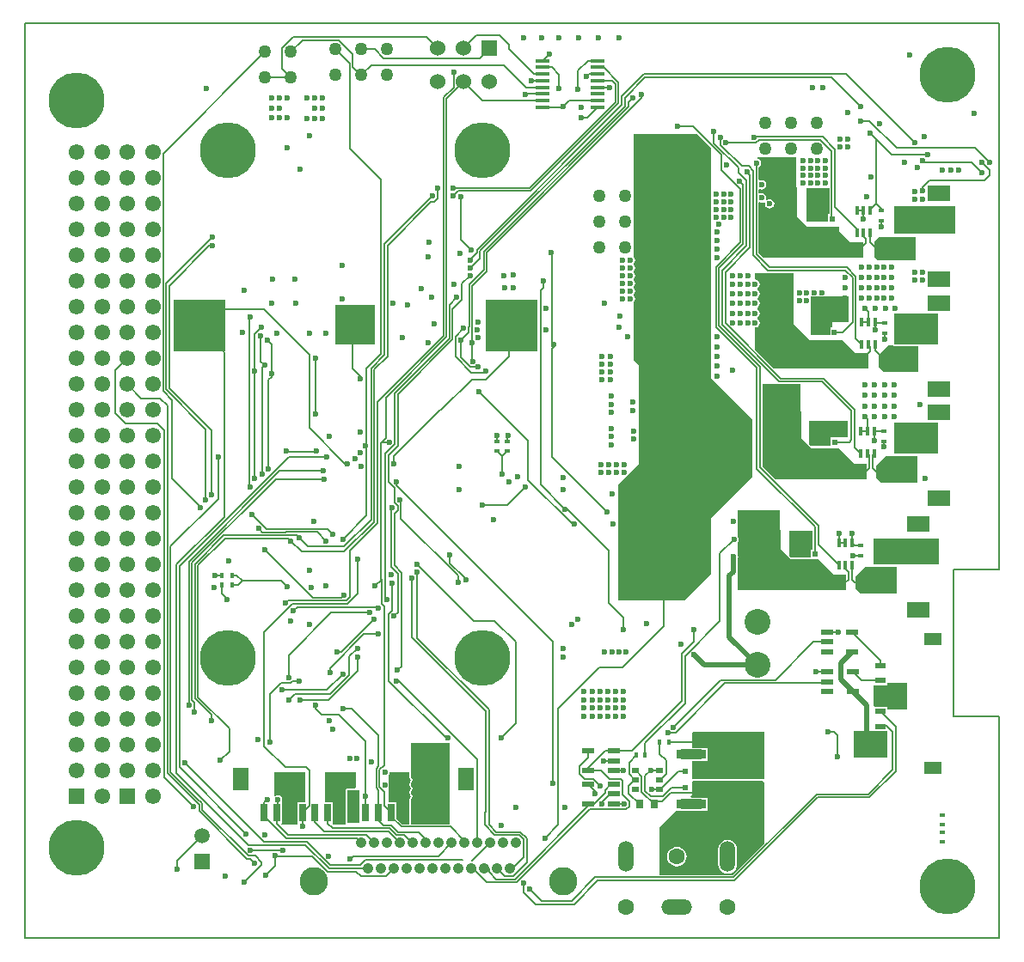
<source format=gbl>
G04*
G04 #@! TF.GenerationSoftware,Altium Limited,Altium Designer,18.1.9 (240)*
G04*
G04 Layer_Physical_Order=4*
G04 Layer_Color=16711680*
%FSLAX44Y44*%
%MOMM*%
G71*
G01*
G75*
%ADD14C,0.1524*%
%ADD18C,0.5000*%
%ADD20C,0.1520*%
%ADD21R,0.6000X0.4000*%
%ADD24R,0.4000X0.6000*%
%ADD27R,1.8000X0.7000*%
%ADD28R,2.2000X1.6000*%
%ADD29R,0.4500X0.6000*%
%ADD30R,0.6000X0.4500*%
%ADD34R,1.2200X0.6000*%
%ADD54R,0.3500X0.8500*%
%ADD55R,0.7000X1.3000*%
%ADD136C,0.1500*%
%ADD137C,1.0000*%
%ADD139C,1.5000*%
%ADD140R,1.5000X1.5000*%
%ADD141C,2.5400*%
%ADD142C,1.2700*%
%ADD143C,1.5500*%
%ADD144R,1.5500X1.5500*%
%ADD145C,5.5000*%
%ADD146C,1.5240*%
%ADD147R,1.5240X1.5240*%
%ADD148C,1.0668*%
%ADD149O,1.5080X3.0160*%
%ADD150C,1.6000*%
%ADD151O,3.0160X1.5080*%
%ADD152C,0.6000*%
%ADD153C,2.7940*%
%ADD154R,1.2100X0.5900*%
%ADD155R,3.9600X3.9600*%
%ADD156R,5.0800X5.0800*%
%ADD157R,1.0000X0.6000*%
%ADD158R,1.8000X1.2500*%
%ADD159R,1.4000X0.3500*%
%ADD160R,0.7000X1.8000*%
%ADD161R,1.6000X2.2000*%
%ADD162R,0.5000X0.5600*%
%ADD163R,1.9100X10.8000*%
%ADD164R,5.0800X8.3300*%
%ADD165R,2.8000X1.0500*%
%ADD166R,0.8000X0.9000*%
%ADD167R,0.8000X0.5500*%
%ADD168R,1.2500X0.9000*%
%ADD169R,0.7500X0.9000*%
%ADD170R,0.5500X0.5500*%
G36*
X759647Y769620D02*
X760238Y711095D01*
X770293Y701040D01*
X801281D01*
Y697299D01*
X812780Y685800D01*
X825211Y685800D01*
Y670560D01*
X727171D01*
X722333Y675398D01*
Y724874D01*
X723378Y725533D01*
X723603Y725515D01*
X725312Y725175D01*
X727077Y725527D01*
X727583Y725865D01*
X728726Y725101D01*
X728487Y723900D01*
X728839Y722135D01*
X729838Y720638D01*
X731335Y719639D01*
X733100Y719287D01*
X734865Y719639D01*
X736362Y720638D01*
X737362Y722135D01*
X737713Y723900D01*
X737362Y725665D01*
X736362Y727162D01*
X734865Y728161D01*
X733100Y728513D01*
X731335Y728161D01*
X730828Y727823D01*
X729686Y728587D01*
X729924Y729788D01*
X729573Y731553D01*
X728573Y733050D01*
X727077Y734050D01*
X725312Y734401D01*
X723603Y734061D01*
X723378Y734043D01*
X722333Y734703D01*
Y737975D01*
X723329Y738507D01*
X723603Y738511D01*
X725288Y738176D01*
X727053Y738527D01*
X728550Y739527D01*
X729550Y741023D01*
X729901Y742788D01*
X729550Y744553D01*
X728550Y746050D01*
X727053Y747050D01*
X725288Y747401D01*
X723603Y747066D01*
X723329Y747069D01*
X722333Y747602D01*
Y760014D01*
X723264Y760636D01*
X724264Y762133D01*
X724615Y763898D01*
X724264Y765663D01*
X723264Y767159D01*
X721767Y768159D01*
X720809Y768350D01*
X720934Y769620D01*
X759647Y769620D01*
D02*
G37*
G36*
X791995Y713714D02*
X790497D01*
Y706120D01*
X769620D01*
X769620Y739140D01*
X791995D01*
Y713714D01*
D02*
G37*
G36*
X916143Y694620D02*
X855980Y694620D01*
Y721853D01*
X916143D01*
Y694620D01*
D02*
G37*
G36*
X877042Y690880D02*
X877042Y668020D01*
X839960D01*
X836484Y671497D01*
Y686624D01*
X840740Y690880D01*
X877042Y690880D01*
D02*
G37*
G36*
X810527Y607060D02*
X794809D01*
Y601954D01*
X792826D01*
Y594360D01*
X773459Y594360D01*
X773458Y632460D01*
X810527D01*
Y607060D01*
D02*
G37*
G36*
X899125Y585503D02*
X855980Y585503D01*
X855980Y615983D01*
X899125D01*
X899125Y585503D01*
D02*
G37*
G36*
X756920Y604855D02*
X772495Y589280D01*
X805180D01*
X817880Y576580D01*
X830580D01*
Y561340D01*
X737588D01*
X718954Y579974D01*
Y602009D01*
X720719Y602360D01*
X722215Y603360D01*
X723215Y604857D01*
X723566Y606622D01*
X723215Y608387D01*
X722215Y609883D01*
X720980Y610709D01*
X720873Y611213D01*
Y611616D01*
X720980Y612120D01*
X722215Y612945D01*
X723215Y614442D01*
X723566Y616207D01*
X723215Y617972D01*
X722215Y619469D01*
X720940Y620321D01*
X720827Y620962D01*
Y621078D01*
X720940Y621719D01*
X722215Y622571D01*
X723215Y624068D01*
X723566Y625833D01*
X723215Y627598D01*
X722215Y629094D01*
X720940Y629946D01*
X720827Y630588D01*
Y630704D01*
X720940Y631345D01*
X722215Y632197D01*
X723215Y633693D01*
X723566Y635459D01*
X723215Y637224D01*
X722215Y638720D01*
X721041Y639505D01*
X720967Y639779D01*
Y640643D01*
X721041Y640916D01*
X722215Y641701D01*
X723215Y643197D01*
X723566Y644963D01*
X723215Y646728D01*
X722215Y648224D01*
X720719Y649224D01*
X718954Y649575D01*
Y655320D01*
X756410D01*
X756920Y604855D01*
D02*
G37*
G36*
X855980Y583854D02*
X879582Y583854D01*
Y558680D01*
X845160D01*
X840740Y563100D01*
Y575405D01*
X849535Y584200D01*
X855144D01*
X855980Y583854D01*
D02*
G37*
G36*
X809856Y510411D02*
Y494310D01*
X793126D01*
X793126Y486598D01*
X792228Y485700D01*
X773622Y485700D01*
X772249Y487072D01*
X772249Y510411D01*
X809856Y510411D01*
D02*
G37*
G36*
X899125Y477520D02*
X855980Y477520D01*
X855980Y508000D01*
X899125D01*
X899125Y477520D01*
D02*
G37*
G36*
X741753Y546511D02*
X741789Y546487D01*
X741937Y546457D01*
X742681Y546309D01*
X763479D01*
X764017Y492971D01*
X774072Y482916D01*
X801319D01*
X803616Y480620D01*
X803910D01*
Y480326D01*
X816559Y467677D01*
X828990Y467677D01*
Y452436D01*
X738660D01*
X725831Y465265D01*
Y546511D01*
X741753D01*
D02*
G37*
G36*
X878407Y474980D02*
Y449460D01*
X842546Y449460D01*
X838200Y453806D01*
X838200Y465940D01*
X847240Y474980D01*
X878407Y474980D01*
D02*
G37*
G36*
X775209Y382784D02*
X773516D01*
Y375190D01*
X754275D01*
X752639Y376826D01*
X752639Y401980D01*
X775209D01*
Y382784D01*
D02*
G37*
G36*
X899902Y393700D02*
Y368300D01*
X835660Y368300D01*
Y393700D01*
X899902Y393700D01*
D02*
G37*
G36*
X743311Y421640D02*
X743697Y383435D01*
X753752Y373380D01*
X780999D01*
X784269Y370110D01*
X784300D01*
Y370079D01*
X796239Y358140D01*
X808670Y358140D01*
Y342900D01*
X701990D01*
Y375373D01*
X702096Y375908D01*
X701990Y376443D01*
X701990Y391025D01*
X702350Y391563D01*
X702701Y393328D01*
X702350Y395094D01*
X701990Y395632D01*
Y421640D01*
X743311Y421640D01*
D02*
G37*
G36*
X858087Y365760D02*
Y340240D01*
X822226Y340240D01*
X817880Y344586D01*
X817880Y356720D01*
X826920Y365760D01*
X858087Y365760D01*
D02*
G37*
G36*
X675640Y778784D02*
X675640Y551460D01*
X715700Y511400D01*
Y454360D01*
X675640Y414300D01*
Y358820D01*
X649560Y332740D01*
X584200D01*
Y447595D01*
X591521Y454916D01*
X591736Y454959D01*
X593233Y455959D01*
X594233Y457455D01*
X594276Y457671D01*
X603965Y467360D01*
X603951Y565500D01*
X599440Y570010D01*
Y627020D01*
X600409Y628469D01*
X600760Y630235D01*
X600409Y632000D01*
X599440Y633450D01*
Y634645D01*
X600409Y636095D01*
X600760Y637860D01*
X600409Y639625D01*
X599440Y641075D01*
Y642271D01*
X600409Y643721D01*
X600760Y645486D01*
X600409Y647251D01*
X599440Y648701D01*
Y649896D01*
X600409Y651346D01*
X600760Y653111D01*
X600409Y654877D01*
X599440Y656327D01*
Y657522D01*
X600409Y658972D01*
X600760Y660737D01*
X600409Y662502D01*
X599440Y663952D01*
Y665148D01*
X600409Y666598D01*
X600760Y668363D01*
X600409Y670128D01*
X599440Y671578D01*
Y792480D01*
X661944D01*
X675640Y778784D01*
D02*
G37*
G36*
X868426Y225924D02*
X848784Y225924D01*
Y228524D01*
X836676D01*
X835406Y229657D01*
X835406Y248343D01*
X835736Y249476D01*
X848784D01*
Y252123D01*
X868426Y252123D01*
X868426Y225924D01*
D02*
G37*
G36*
X418215Y112527D02*
X380300D01*
Y137193D01*
X380939Y138150D01*
X381290Y139915D01*
X380939Y141680D01*
X380300Y142637D01*
Y145154D01*
X380939Y146111D01*
X381290Y147876D01*
X380939Y149641D01*
X380300Y150598D01*
Y153115D01*
X380939Y154072D01*
X381290Y155837D01*
X380939Y157602D01*
X380300Y158559D01*
Y192700D01*
X416497D01*
X416560Y192687D01*
X416623Y192700D01*
X418215D01*
Y112527D01*
D02*
G37*
G36*
X849100Y177971D02*
X816080Y177971D01*
X816080Y204170D01*
X849100Y204170D01*
X849100Y177971D01*
D02*
G37*
G36*
X727637Y203137D02*
X727637Y156600D01*
X669500Y156600D01*
X657433D01*
X656500Y157414D01*
Y170700D01*
Y174600D01*
X664348D01*
X666051Y174824D01*
X666852Y175156D01*
X672122D01*
Y187204D01*
X666852D01*
X666051Y187536D01*
X664348Y187760D01*
X656500D01*
Y202446D01*
X657399Y203343D01*
X727637Y203137D01*
D02*
G37*
G36*
X325550Y148822D02*
X325430Y148636D01*
X324280Y147878D01*
X323100Y148113D01*
X321335Y147761D01*
X321018Y147550D01*
X316900D01*
X315734Y147066D01*
X315250Y145900D01*
Y113641D01*
X315376Y113338D01*
X315376Y113030D01*
X315375Y113007D01*
X315126Y112179D01*
X314789Y111760D01*
X303179Y111760D01*
X302843Y112206D01*
X302984Y113476D01*
X302984D01*
Y134524D01*
X295070D01*
X295070Y164120D01*
X325550Y164120D01*
X325550Y148822D01*
D02*
G37*
G36*
X726367Y154950D02*
X727637Y153680D01*
X727637Y93813D01*
X696221Y62397D01*
X624877D01*
X624877Y109257D01*
X641676Y126056D01*
X645343D01*
X646144Y125724D01*
X647848Y125500D01*
X664348D01*
X666051Y125724D01*
X666852Y126056D01*
X672122D01*
Y138104D01*
X666852D01*
X666051Y138436D01*
X664348Y138660D01*
X655940D01*
X655454Y139834D01*
X656500Y140880D01*
X656500Y153962D01*
X656917Y154404D01*
X657770Y154950D01*
X669500D01*
X726367Y154950D01*
D02*
G37*
G36*
X329200Y113600D02*
X317000D01*
X316900Y113641D01*
Y145900D01*
X329200D01*
Y113600D01*
D02*
G37*
G36*
X378650Y158559D02*
X378835Y158114D01*
X378928Y157642D01*
X379385Y156959D01*
X379608Y155837D01*
X379385Y154715D01*
X378928Y154032D01*
X378834Y153560D01*
X378650Y153115D01*
Y150598D01*
X378835Y150153D01*
X378928Y149681D01*
X379385Y148997D01*
X379608Y147876D01*
X379385Y146755D01*
X378928Y146071D01*
X378834Y145599D01*
X378650Y145154D01*
Y142637D01*
X378835Y142192D01*
X378928Y141720D01*
X379385Y141037D01*
X379608Y139915D01*
X379385Y138793D01*
X378928Y138110D01*
X378834Y137638D01*
X378650Y137193D01*
Y112527D01*
X371170D01*
X365484Y118212D01*
Y134524D01*
X357570D01*
X357570Y161050D01*
X358442Y162355D01*
X358793Y164120D01*
X378650Y164120D01*
Y158559D01*
D02*
G37*
G36*
X275550Y134524D02*
X267936D01*
Y113476D01*
X267936D01*
X267956Y112206D01*
X267867Y112020D01*
X267546Y111760D01*
X252621Y111760D01*
X252285Y112206D01*
X252918Y113476D01*
X252984D01*
Y134524D01*
X252984Y134524D01*
X252984D01*
X252892Y135794D01*
X253013Y136400D01*
X252661Y138165D01*
X251662Y139662D01*
X250165Y140661D01*
X248400Y141013D01*
X246635Y140661D01*
X246340Y140464D01*
X245070Y141143D01*
Y164120D01*
X275550Y164120D01*
X275550Y134524D01*
D02*
G37*
%LPC*%
G36*
X641740Y90086D02*
X639254Y89759D01*
X636937Y88799D01*
X634947Y87273D01*
X633421Y85283D01*
X632461Y82966D01*
X632134Y80480D01*
X632461Y77994D01*
X633421Y75677D01*
X634947Y73687D01*
X636937Y72161D01*
X639254Y71201D01*
X641740Y70874D01*
X644226Y71201D01*
X646543Y72161D01*
X648532Y73687D01*
X650059Y75677D01*
X651019Y77994D01*
X651346Y80480D01*
X651019Y82966D01*
X650059Y85283D01*
X648532Y87273D01*
X646543Y88799D01*
X644226Y89759D01*
X641740Y90086D01*
D02*
G37*
G36*
X691740Y97162D02*
X689374Y96851D01*
X687169Y95937D01*
X685275Y94485D01*
X683822Y92591D01*
X682909Y90386D01*
X682598Y88020D01*
Y72940D01*
X682909Y70574D01*
X683822Y68369D01*
X685275Y66476D01*
X687169Y65023D01*
X689374Y64109D01*
X691740Y63798D01*
X694106Y64109D01*
X696311Y65023D01*
X698204Y66476D01*
X699657Y68369D01*
X700571Y70574D01*
X700882Y72940D01*
Y88020D01*
X700571Y90386D01*
X699657Y92591D01*
X698204Y94485D01*
X696311Y95937D01*
X694106Y96851D01*
X691740Y97162D01*
D02*
G37*
%LPD*%
D14*
X476230Y573320D02*
Y604264D01*
X168930D02*
X195786Y577408D01*
X168930Y604264D02*
X184426Y619760D01*
X453740Y550830D02*
X476230Y573320D01*
X439914Y550830D02*
X453740D01*
X597572Y184680D02*
X646854Y233962D01*
Y280445D01*
X579500Y184680D02*
X597572D01*
X638182Y208058D02*
X684818Y254694D01*
X640350Y202750D02*
X689246Y251646D01*
X788376D01*
X632850Y202750D02*
X640350D01*
X684818Y254694D02*
X738854D01*
X610465Y192173D02*
X649902Y231609D01*
Y278183D01*
X610465Y180340D02*
Y192173D01*
X574706Y330594D02*
X588780Y316520D01*
Y304572D02*
Y316520D01*
X587880Y266800D02*
X629048Y307967D01*
X565700Y266800D02*
X587880D01*
X525031Y226131D02*
X565700Y266800D01*
X525031Y111891D02*
Y226131D01*
X649902Y278183D02*
X684280Y312561D01*
Y379520D01*
X322580Y561340D02*
Y604774D01*
X559518Y157000D02*
X566420Y150098D01*
X574706Y330594D02*
Y382180D01*
X533886Y423000D02*
X574706Y382180D01*
X531800Y423000D02*
X533886D01*
X495300Y452024D02*
X539274Y408050D01*
X541020D01*
X629048Y307967D02*
Y388620D01*
X421894Y838954D02*
Y853566D01*
X411782Y828842D02*
X421894Y838954D01*
Y853566D02*
X422086Y853758D01*
X411782Y593979D02*
Y828842D01*
X466900Y890000D02*
X476230Y880670D01*
Y876470D02*
Y880670D01*
Y876470D02*
X500717Y851983D01*
X509840D01*
X444230Y890000D02*
X466900D01*
X509840Y864983D02*
X516077Y871220D01*
X646854Y280445D02*
X658594Y292186D01*
Y304572D01*
X357934Y253831D02*
X414464Y197300D01*
X357934Y253831D02*
Y319690D01*
X361608Y323363D01*
X414464Y197300D02*
X416560D01*
X445200Y94200D02*
Y176136D01*
X367855Y253480D02*
X445200Y176136D01*
X365760Y253480D02*
X367855D01*
X410460Y124000D02*
Y144780D01*
X722580Y786895D02*
X783357D01*
X719676Y783990D02*
X722580Y786895D01*
X783357D02*
X794326Y775926D01*
Y709585D02*
Y775926D01*
X785168Y789943D02*
X797374Y777737D01*
X718153Y789943D02*
X785168D01*
X717560Y789350D02*
X718153Y789943D01*
X235279Y95065D02*
X277204D01*
X157480Y172864D02*
X235279Y95065D01*
X152194Y168676D02*
Y367014D01*
X259380Y474200D01*
X152194Y168676D02*
X217660Y103210D01*
X149146Y162540D02*
Y368276D01*
X195786Y414916D01*
X149146Y162540D02*
X219669Y92017D01*
X253790Y86570D02*
X254000Y86360D01*
X222000Y86570D02*
X253790D01*
X246590Y81074D02*
X282560D01*
X246380Y81284D02*
X246590Y81074D01*
X282560D02*
X297882Y65752D01*
X219669Y92017D02*
X275927D01*
X257234Y98966D02*
X325951D01*
X235460Y120740D02*
X257234Y98966D01*
X258496Y102014D02*
X335786D01*
X247960Y112550D02*
X258496Y102014D01*
X246380Y71530D02*
Y81284D01*
X237100Y62250D02*
X246380Y71530D01*
X275927Y92017D02*
X299145Y68800D01*
X277204Y95065D02*
X296647Y75622D01*
X144780Y453300D02*
X173310Y424770D01*
X190500Y433304D02*
Y474200D01*
X256800Y479854D02*
X286504D01*
X183420Y436880D02*
Y500665D01*
X195786Y414916D02*
Y577408D01*
X143256Y386060D02*
X190500Y433304D01*
X138784Y540990D02*
X177800Y501974D01*
Y431800D02*
Y501974D01*
X141832Y542253D02*
X183420Y500665D01*
X143256Y163983D02*
Y386060D01*
X144780Y453300D02*
Y530684D01*
X135736Y539728D02*
X144780Y530684D01*
X141832Y542253D02*
Y643347D01*
X181282Y682797D02*
X184504D01*
X141832Y643347D02*
X181282Y682797D01*
X335686Y561360D02*
X350568Y576242D01*
X335686Y485546D02*
Y561360D01*
X350568Y576242D02*
Y747728D01*
X340566Y561929D02*
X353616Y574979D01*
X340566Y412448D02*
Y561929D01*
X353616Y574979D02*
Y684386D01*
X356664Y573717D02*
Y683123D01*
X343710Y560763D02*
X356664Y573717D01*
X343710Y410512D02*
Y560763D01*
X319700Y778596D02*
X350568Y747728D01*
X353616Y684386D02*
X400750Y731520D01*
X356664Y683123D02*
X399775Y726234D01*
X507794Y638674D02*
X510032Y640912D01*
X507794Y447006D02*
Y638674D01*
Y447006D02*
X531800Y423000D01*
X518366Y587544D02*
Y675434D01*
X518160Y675640D02*
X518366Y675434D01*
Y587544D02*
X520700Y585210D01*
Y582676D02*
Y585210D01*
X518922Y580898D02*
X520700Y582676D01*
X518922Y474518D02*
Y580898D01*
Y474518D02*
X572920Y420520D01*
X510032Y640912D02*
Y647800D01*
X138784Y645160D02*
X184504Y690880D01*
X138784Y540990D02*
Y645160D01*
X135736Y539728D02*
Y773496D01*
X236220Y873980D01*
X235231Y619760D02*
X280053Y574939D01*
X184426Y619760D02*
X235231D01*
X286258Y516608D02*
Y571500D01*
X440110Y587320D02*
Y601794D01*
X440182Y601866D02*
Y643313D01*
X440110Y601794D02*
X440182Y601866D01*
X440110Y587320D02*
X440182Y587248D01*
Y643313D02*
X454660Y657791D01*
X423974Y593392D02*
X431800Y601218D01*
X440182Y568960D02*
X440690Y568452D01*
X452001Y557832D02*
X453179Y559011D01*
X423974Y573416D02*
X439558Y557832D01*
X423974Y573416D02*
Y593392D01*
X420926Y620206D02*
X430228Y629509D01*
X420926Y590192D02*
Y620206D01*
X417878Y624634D02*
X424942Y631698D01*
X417878Y591455D02*
Y624634D01*
X414830Y827580D02*
X431800Y844550D01*
X414830Y592717D02*
Y827580D01*
X346758Y528955D02*
X411782Y593979D01*
X355092Y532979D02*
X414830Y592717D01*
X366962Y536228D02*
X420926Y590192D01*
X363914Y537491D02*
X417878Y591455D01*
X346758Y409249D02*
Y528955D01*
X355092Y492709D02*
Y532979D01*
X363914Y486781D02*
Y537491D01*
X366962Y485518D02*
Y536228D01*
X140208Y162721D02*
Y525272D01*
X133040Y532440D02*
X140208Y525272D01*
X114060Y532440D02*
X133040D01*
X137160Y158430D02*
Y500569D01*
X130013Y507716D02*
X137160Y500569D01*
X99191Y507716D02*
X130013D01*
X253030Y245080D02*
X253460Y245510D01*
X242415Y553551D02*
Y556401D01*
X239235Y550371D02*
X242415Y553551D01*
X239235Y462855D02*
Y550371D01*
X161070Y371580D02*
X250690Y461200D01*
X246701Y452900D02*
X294400D01*
X164118Y370317D02*
X246701Y452900D01*
X164118Y235158D02*
Y370317D01*
X161070Y230730D02*
Y371580D01*
X250690Y461200D02*
X293689D01*
X259380Y474200D02*
X296700D01*
X233680Y562583D02*
X235808Y564711D01*
X233680Y457200D02*
Y562583D01*
X140208Y162721D02*
X168083Y134846D01*
X171316Y125468D02*
X218548Y78236D01*
X171316Y125468D02*
Y131749D01*
X168220Y134846D02*
X171316Y131749D01*
X168083Y134846D02*
X168220D01*
X143256Y163983D02*
X169345Y137894D01*
X169482D01*
X174364Y133012D01*
Y126730D02*
Y133012D01*
Y126730D02*
X219811Y81284D01*
X226414D01*
X232540Y75158D01*
X221986Y78236D02*
X226060Y74162D01*
X218548Y78236D02*
X221986D01*
X232540Y72040D02*
Y75158D01*
X215900Y55400D02*
X232540Y72040D01*
X137160Y158430D02*
X166030Y129560D01*
X286504Y479854D02*
X286660Y480010D01*
X238760Y589280D02*
X242415Y585625D01*
Y556401D02*
Y585625D01*
X232062Y568457D02*
X235808Y564711D01*
X232062Y568457D02*
Y594027D01*
X280053Y502920D02*
X315072Y467900D01*
X280053Y502920D02*
Y574939D01*
X315072Y467900D02*
X317500D01*
X842110Y209150D02*
X848450D01*
X386018Y295972D02*
X456840Y225150D01*
X380732Y296947D02*
Y355326D01*
Y296947D02*
X453792Y223888D01*
X366661Y264160D02*
X370668Y268168D01*
X363220Y317500D02*
X367023Y321303D01*
X301610Y320929D02*
X339471D01*
X259300Y278619D02*
X301610Y320929D01*
X259300Y256800D02*
Y278619D01*
X276860Y168669D02*
X279660Y165868D01*
X255981Y168669D02*
X276860D01*
X235460Y189190D02*
X255981Y168669D01*
X235460Y189190D02*
Y302153D01*
X241300Y193040D02*
Y240826D01*
X251989Y251514D01*
X261490D01*
X235460Y302153D02*
X263011Y329704D01*
X327660Y263854D02*
Y276860D01*
X298693Y234887D02*
X327660Y263854D01*
X270857Y234887D02*
X298693D01*
X319189Y277689D02*
X327300Y285799D01*
X319189Y259694D02*
Y277689D01*
X453792Y125073D02*
Y223888D01*
X456840Y111760D02*
Y225150D01*
X370668Y268168D02*
Y360583D01*
X363522Y367730D02*
X370668Y360583D01*
X367023Y321303D02*
Y359273D01*
X360474Y365821D02*
X367023Y359273D01*
X361608Y323363D02*
Y350440D01*
X353266Y170681D02*
Y327309D01*
X350774Y329801D02*
X353266Y327309D01*
X348894Y166310D02*
X353266Y170681D01*
X311122Y281940D02*
X343272Y314089D01*
X346885Y326215D02*
X347980Y325120D01*
X350774Y329801D02*
Y353822D01*
X267795Y326215D02*
X346885D01*
X354886Y335214D02*
X356300Y333800D01*
X354886Y335214D02*
Y477752D01*
X452529Y123810D02*
X453792Y125073D01*
X452529Y111760D02*
X462469Y101820D01*
X452529Y111760D02*
Y123810D01*
X456840Y111760D02*
X463732Y104868D01*
X584348Y823098D02*
Y843458D01*
X569323Y858483D02*
X584348Y843458D01*
X563840Y858483D02*
X569323D01*
X406036Y729331D02*
Y738776D01*
X406400Y739140D01*
X402939Y726234D02*
X406036Y729331D01*
X399775Y726234D02*
X402939D01*
X259066Y394316D02*
X261751Y391631D01*
X272382Y381000D01*
X314198D01*
X196812Y394316D02*
X259066D01*
X195549Y397364D02*
X267136D01*
X269600Y394900D01*
X264160Y322580D02*
X267795Y326215D01*
X263011Y329704D02*
X317360D01*
X258584Y332752D02*
X316098D01*
X256032Y330200D02*
X258584Y332752D01*
X256032Y330200D02*
X258318D01*
X317360Y329704D02*
X327660Y340004D01*
X357934Y449930D02*
X363522Y444342D01*
Y429741D02*
Y444342D01*
Y429741D02*
X366894Y426370D01*
Y421991D02*
Y426370D01*
X363522Y418619D02*
X366894Y421991D01*
X369942Y413828D02*
Y430858D01*
X369000Y431800D02*
X369942Y430858D01*
Y413828D02*
X426150Y357620D01*
X360474Y423046D02*
X361608Y424180D01*
X350294Y354302D02*
Y487911D01*
Y354302D02*
X350774Y353822D01*
X350294Y487911D02*
X351353Y488970D01*
X354886Y477752D02*
X363914Y486781D01*
X360474Y365821D02*
Y423046D01*
X363522Y367730D02*
Y418619D01*
X386018Y295972D02*
Y360680D01*
Y368362D02*
X441680Y312700D01*
X462400D01*
X387432Y104868D02*
X398100Y94200D01*
X426150Y350520D02*
Y357620D01*
X418215Y369865D02*
Y377925D01*
Y369865D02*
X432480Y355600D01*
X434340Y353060D02*
Y353740D01*
X432480Y355600D02*
X434340Y353740D01*
X357934Y449930D02*
Y476490D01*
X365760Y446826D02*
X519745Y292841D01*
Y152455D02*
Y292841D01*
X365760Y446826D02*
Y449580D01*
X336186Y416586D02*
Y484234D01*
X312700Y393100D02*
X336186Y416586D01*
X314198Y386080D02*
X340566Y412448D01*
X314198Y381000D02*
X343710Y410512D01*
X319484Y381976D02*
X346758Y409249D01*
X363220Y467360D02*
Y474930D01*
X409785Y520700D02*
X439914Y550830D01*
X447040Y539250D02*
X495300Y490990D01*
X363220Y474930D02*
X408990Y520700D01*
X409785D01*
X439558Y557832D02*
X452001D01*
X495300Y452024D02*
Y490990D01*
X357934Y476490D02*
X366962Y485518D01*
X335280Y485140D02*
X336186Y484234D01*
X335280Y485140D02*
X335686Y485546D01*
X351353Y488970D02*
X358628D01*
X319484Y336138D02*
Y381976D01*
X327660Y340004D02*
Y373380D01*
X316098Y332752D02*
X319484Y336138D01*
X252476Y352552D02*
X258064Y346964D01*
X704088Y685773D02*
Y738632D01*
X685440Y757280D02*
X704088Y738632D01*
X685440Y757280D02*
Y772280D01*
X678180Y783850D02*
Y795020D01*
Y783850D02*
X702620Y759410D01*
X642620Y800100D02*
X657620D01*
X685440Y772280D01*
X690230Y783990D02*
X719676D01*
X684630Y782114D02*
Y789180D01*
Y782114D02*
X705515Y761230D01*
X712452D01*
X797374Y720677D02*
Y777737D01*
X702620Y755055D02*
Y759410D01*
Y755055D02*
X710548Y747128D01*
X716954Y673170D02*
Y756728D01*
X712452Y761230D02*
X716954Y756728D01*
X686352Y658412D02*
X710548Y682608D01*
Y747128D01*
X689400Y656290D02*
X713906Y680796D01*
X710906Y755300D02*
X713906Y752300D01*
X703600Y746600D02*
X707136Y743064D01*
X778930Y262420D02*
X789650D01*
X789690Y262460D01*
X540688Y33748D02*
X563958Y57018D01*
X502972Y33748D02*
X540688D01*
X491230Y45490D02*
X502972Y33748D01*
X842260Y224000D02*
X857228Y209032D01*
Y164937D02*
Y209032D01*
X831377Y139087D02*
X857228Y164937D01*
X780577Y139087D02*
X831377D01*
X698508Y57018D02*
X780577Y139087D01*
X563958Y57018D02*
X698508D01*
X491230Y45490D02*
Y54470D01*
X508654Y36796D02*
X538046D01*
X496640Y48810D02*
X508654Y36796D01*
X556409Y127124D02*
X591831D01*
X484369Y55084D02*
X556409Y127124D01*
X454490Y55084D02*
X484369D01*
X697187Y60066D02*
X779255Y142135D01*
X848450Y209150D02*
X854180Y203420D01*
Y166200D02*
Y203420D01*
X830115Y142135D02*
X854180Y166200D01*
X779255Y142135D02*
X830115D01*
X789370Y301620D02*
X801080D01*
X776280Y292120D02*
X789370D01*
X738854Y254694D02*
X776280Y292120D01*
X788376Y251646D02*
X789690Y252960D01*
X88990Y517917D02*
X99191Y507716D01*
X88990Y517917D02*
Y560290D01*
X100300Y546200D02*
X114060Y532440D01*
X817974Y590956D02*
Y652686D01*
X809022Y661638D02*
X817974Y652686D01*
X814926Y607464D02*
Y651222D01*
X807558Y658590D02*
X814926Y651222D01*
X806003Y652560D02*
X807384Y651179D01*
X149400Y76824D02*
X173960Y101384D01*
X149400Y67760D02*
Y76824D01*
X720002Y674433D02*
Y763898D01*
X312890Y226070D02*
X313130Y226310D01*
X321570D01*
X347726Y200154D01*
X286340Y226700D02*
X292130Y220910D01*
X286340Y226700D02*
Y229564D01*
X265900Y241140D02*
X300636D01*
X253030Y245080D02*
X297100D01*
X292130Y220910D02*
X308610D01*
X259510Y234750D02*
X265900Y241140D01*
X300636D02*
X319189Y259694D01*
X261490Y251514D02*
X263456Y253480D01*
X269900D01*
X297100Y245080D02*
X312626Y260606D01*
X347726Y169452D02*
Y200154D01*
X248400Y124440D02*
Y136400D01*
X235460Y133960D02*
X238400Y136900D01*
X247960Y124000D02*
X248400Y124440D01*
X684280Y379520D02*
X698088Y393328D01*
X624548Y181900D02*
X631163Y175284D01*
X624548Y181900D02*
Y193040D01*
X720950Y311590D02*
X721540Y311000D01*
X790870Y203670D02*
X796870D01*
X799970Y200570D01*
Y179420D02*
Y200570D01*
X511960Y98820D02*
X525031Y111891D01*
X561340Y142240D02*
Y145000D01*
X566420Y149860D02*
Y150098D01*
X689400Y606231D02*
X743943Y551688D01*
X686352Y604969D02*
X742681Y548640D01*
X683304Y603707D02*
X723500Y563511D01*
X680256Y602444D02*
X720452Y562248D01*
X689400Y606231D02*
Y656290D01*
X686352Y604969D02*
Y658412D01*
X683304Y603707D02*
Y660444D01*
X680256Y602444D02*
Y661941D01*
X683304Y660444D02*
X707136Y684276D01*
X680256Y661941D02*
X704088Y685773D01*
X496584Y739644D02*
X581300Y824360D01*
X497847Y736596D02*
X584348Y823098D01*
X444706Y678742D02*
X587396Y821432D01*
X447754Y677480D02*
X590444Y820170D01*
X454660Y675640D02*
X607060Y828040D01*
X677310Y193040D02*
X680960Y189390D01*
X633548Y193040D02*
X677310D01*
X443930Y65644D02*
X454490Y55084D01*
X456630Y65644D02*
Y68800D01*
X451550D02*
X456630D01*
Y65644D02*
X464142Y58132D01*
X482092D01*
X554600Y130640D01*
X480480Y61180D02*
X493968Y74668D01*
X471870Y61180D02*
X480480D01*
X464250Y68800D02*
X471870Y61180D01*
X493968Y74668D02*
Y98619D01*
X561316Y60066D02*
X697187D01*
X842110Y209150D02*
X842260Y209000D01*
X538046Y36796D02*
X561316Y60066D01*
X554600Y130640D02*
Y132740D01*
X487719Y104868D02*
X493968Y98619D01*
X170214Y237682D02*
Y367718D01*
X167166Y236420D02*
Y368981D01*
X195549Y397364D01*
X335460Y139700D02*
Y194060D01*
X308610Y220910D02*
X335460Y194060D01*
X88990Y560290D02*
X100300Y571600D01*
X319740Y77870D02*
X322920Y81050D01*
X300107Y72533D02*
X330113D01*
X297018Y75622D02*
X300107Y72533D01*
X330113D02*
X335010Y77430D01*
X299145Y68800D02*
X337250D01*
X297882Y65752D02*
X326108D01*
X322920Y81050D02*
X406650D01*
X335010Y77430D02*
X430340D01*
X296647Y75622D02*
X297018D01*
X406650Y81050D02*
X419800Y94200D01*
X440120Y76420D02*
X457900Y94200D01*
X355030Y61180D02*
X362650Y68800D01*
X330680Y61180D02*
X355030D01*
X285460Y114430D02*
Y124000D01*
X358138Y105062D02*
X369000Y94200D01*
X294828Y105062D02*
X358138D01*
X285460Y114430D02*
X294828Y105062D01*
X335786Y102014D02*
X343600Y94200D01*
X378406D02*
Y96594D01*
X297960Y113109D02*
X302721Y108348D01*
X359162D01*
X365710Y101800D01*
X297960Y113109D02*
Y124000D01*
X325951Y98966D02*
X326313Y98604D01*
X326496D01*
X330900Y94200D01*
X417876D02*
X419800D01*
X326108Y65752D02*
X330680Y61180D01*
X164118Y235158D02*
X166886Y232390D01*
X161070Y230730D02*
X161600Y230200D01*
X167166Y236420D02*
X183420Y220166D01*
Y214800D02*
Y220166D01*
X201300Y184300D02*
Y206597D01*
X170214Y237682D02*
X201300Y206597D01*
X625360Y146608D02*
X643382Y164630D01*
X636882Y148630D02*
X650098D01*
X628052Y139800D02*
X636882Y148630D01*
X635692Y143130D02*
X680720D01*
X627183Y134620D02*
X635692Y143130D01*
X610465Y160005D02*
X616068Y165608D01*
X624877D01*
X617220Y146608D02*
X624877D01*
X610465Y145175D02*
X615840Y139800D01*
X610465Y145175D02*
Y160005D01*
X607163Y144057D02*
Y159805D01*
Y144057D02*
X619140Y132080D01*
X643382Y164630D02*
X650098D01*
X621680Y134620D02*
X627183D01*
X615840Y139800D02*
X628052D01*
X279660Y130700D02*
Y165868D01*
X272960Y124000D02*
X279660Y130700D01*
X272960Y110580D02*
Y124000D01*
X333745Y299720D02*
X347980D01*
X571114Y143729D02*
Y146187D01*
X560126Y132740D02*
X571114Y143729D01*
X554600Y132740D02*
X560126D01*
X463732Y104868D02*
X487719D01*
X462469Y101820D02*
X486456D01*
X335460Y124000D02*
Y139700D01*
X360460Y119940D02*
X370204Y110196D01*
X360460Y119940D02*
Y124000D01*
X360425Y111396D02*
X366953Y104868D01*
X352504Y111396D02*
X360425D01*
X347960Y115940D02*
X352504Y111396D01*
X462400Y312700D02*
X482900Y292200D01*
Y212000D02*
Y292200D01*
X300610Y266585D02*
X333745Y299720D01*
X300610Y261620D02*
Y266585D01*
X307340Y281940D02*
X311122D01*
X422144Y739644D02*
X496584D01*
X581300Y824360D02*
Y842000D01*
X577817Y845483D02*
X581300Y842000D01*
X563840Y845483D02*
X577817D01*
X426716Y736596D02*
X497847D01*
X587396Y821432D02*
Y830036D01*
X444706Y675991D02*
Y678742D01*
X590444Y820170D02*
Y828774D01*
X447754Y670342D02*
Y677480D01*
X607060Y828040D02*
Y831700D01*
X587396Y830036D02*
X609343Y851983D01*
X590444Y828774D02*
X610605Y848935D01*
X563840Y838983D02*
X575155D01*
X793833Y848935D02*
X822968Y819800D01*
X610605Y848935D02*
X793833D01*
X808517Y851983D02*
X876080Y784420D01*
X609343Y851983D02*
X808517D01*
X421640Y739140D02*
X422144Y739644D01*
X454660Y657791D02*
Y675640D01*
X438401Y660989D02*
X447754Y670342D01*
X438401Y660799D02*
Y660989D01*
X438299Y668363D02*
Y669584D01*
X444706Y675991D01*
X429260Y688340D02*
X439420Y678180D01*
X429260Y688340D02*
Y731310D01*
X430228Y645128D02*
X438299Y653199D01*
X223500Y417900D02*
Y418100D01*
X421640Y731520D02*
X426716Y736596D01*
X525780Y837810D02*
Y851121D01*
Y837810D02*
X525780Y837810D01*
X518418Y858483D02*
X525780Y851121D01*
X544539Y837043D02*
Y855509D01*
X554012Y864983D01*
X330200Y551688D02*
Y553720D01*
X322580Y561340D02*
X330200Y553720D01*
X255395Y403558D02*
X297742D01*
X255337Y403500D02*
X255395Y403558D01*
X278420Y386080D02*
X314198D01*
X269600Y394900D02*
X278420Y386080D01*
X474980Y426720D02*
X492760Y444500D01*
X450000Y426720D02*
X474980D01*
X469900Y475060D02*
X474980Y480140D01*
X469900Y457200D02*
Y475060D01*
X464820Y480140D02*
X469900Y475060D01*
X464820Y490140D02*
Y495300D01*
X474980Y490140D02*
Y494695D01*
X475585Y495300D01*
X345846Y167572D02*
X347726Y169452D01*
X345846Y148108D02*
Y167572D01*
Y148108D02*
X347960Y145994D01*
Y124000D02*
Y145994D01*
X571114Y146187D02*
X576667Y151740D01*
X550947Y157000D02*
X559518D01*
X546214Y161733D02*
X550947Y157000D01*
X546214Y161733D02*
Y169627D01*
X554600Y178013D01*
Y184680D01*
X571564D02*
X579500D01*
X554600Y167716D02*
X571564Y184680D01*
X554600Y165680D02*
Y167716D01*
Y151740D02*
X561340Y145000D01*
X576667Y151740D02*
X579500D01*
X576667Y142240D02*
X579500D01*
X568196Y133768D02*
X576667Y142240D01*
X568196Y132740D02*
Y133768D01*
X591831Y127124D02*
X594927Y130220D01*
Y134600D01*
X587886Y141641D02*
X594927Y134600D01*
X587886Y141641D02*
Y155687D01*
X586547Y157026D02*
X587886Y155687D01*
X575821Y157026D02*
X586547D01*
X567167Y165680D02*
X575821Y157026D01*
X554600Y165680D02*
X567167D01*
X594591Y173466D02*
X601465Y180340D01*
X594591Y161911D02*
Y173466D01*
Y161911D02*
X600394Y156108D01*
X600877D01*
X594360Y150074D02*
X600394Y156108D01*
X594360Y142860D02*
Y150074D01*
Y142860D02*
X605140Y132080D01*
X579500Y132740D02*
X589311D01*
X589641Y132410D01*
X619140Y132080D02*
X621680Y134620D01*
X601360Y165608D02*
X607163Y159805D01*
X569540Y175180D02*
X579500D01*
X581960Y172720D01*
X600877Y165608D02*
X601360D01*
X598625D02*
X600877D01*
X631163Y161911D02*
Y175284D01*
X625360Y156108D02*
X631163Y161911D01*
X624877Y156108D02*
X625360D01*
X624877Y146608D02*
X625360D01*
X298302Y495400D02*
X299209Y494493D01*
X440182Y568960D02*
Y587248D01*
X348894Y149370D02*
Y166310D01*
X370204Y110196D02*
X418604D01*
X432500Y96300D01*
X348894Y149370D02*
X353746Y144518D01*
Y130714D02*
Y144518D01*
Y130714D02*
X360460Y124000D01*
X344424Y347472D02*
X350774Y353822D01*
X430228Y629509D02*
Y645128D01*
X213868Y352552D02*
X252476D01*
X209660Y348344D02*
X213868Y352552D01*
X203500Y348344D02*
X209660D01*
X208456Y357964D02*
X213868Y352552D01*
X203660Y357964D02*
X208456D01*
X351353Y488970D02*
X355092Y492709D01*
X319700Y778596D02*
Y862100D01*
X400476Y632336D02*
Y633304D01*
X312420Y628904D02*
Y629920D01*
X780959Y388273D02*
Y406841D01*
X777540Y378460D02*
Y405950D01*
X720452Y463037D02*
X777540Y405950D01*
X720452Y463037D02*
Y562248D01*
X723500Y464300D02*
Y563511D01*
Y464300D02*
X780959Y406841D01*
X529499Y819698D02*
X535783Y825983D01*
X563840D01*
X308613Y885400D02*
X322748Y871265D01*
Y859052D02*
Y871265D01*
Y859052D02*
X330900Y850900D01*
X252984Y857216D02*
X261620Y848580D01*
X252984Y857216D02*
Y877557D01*
X263875Y888448D01*
X305500Y876300D02*
X319700Y862100D01*
X395522Y888448D02*
X406400Y877570D01*
X263875Y888448D02*
X395522D01*
X273040Y885400D02*
X308613D01*
X261620Y873980D02*
X273040Y885400D01*
X236220Y848580D02*
X261620D01*
X858190Y779134D02*
X935221D01*
X831487Y805837D02*
X858190Y779134D01*
X935221D02*
X949816Y764540D01*
X843280Y717201D02*
Y719530D01*
X838200Y724610D02*
X843280Y719530D01*
X832000Y718410D02*
X838200Y724610D01*
Y787546D02*
X853476Y772270D01*
X831873Y793873D02*
X838200Y787546D01*
Y724610D02*
Y787546D01*
X853476Y772270D02*
X888946D01*
X889000Y772216D01*
X823036Y805837D02*
X831487D01*
X529283Y819483D02*
X529499Y819698D01*
X509840Y819483D02*
X529283D01*
X431800Y844550D02*
X450367Y825983D01*
X509840D01*
X493317Y838983D02*
X509840D01*
X471700Y860600D02*
X493317Y838983D01*
X340600Y860600D02*
X471700D01*
X330900Y850900D02*
X340600Y860600D01*
X492983Y832483D02*
X509840D01*
X492200Y831700D02*
X492983Y832483D01*
X431800Y877570D02*
X444230Y890000D01*
X797374Y720677D02*
X819000Y699051D01*
X707136Y684276D02*
Y743064D01*
X713906Y680796D02*
Y752300D01*
X716954Y673170D02*
X731534Y658590D01*
X720002Y674433D02*
X732796Y661638D01*
X780959Y388273D02*
X801200Y368032D01*
X732796Y661638D02*
X809022D01*
X837760Y460056D02*
X842260D01*
X834200Y463616D02*
X837760Y460056D01*
X834200Y463616D02*
Y475949D01*
X831152Y463352D02*
Y476017D01*
X827857Y460056D02*
X831152Y463352D01*
X823260Y460056D02*
X827857D01*
X827964Y685064D02*
Y689936D01*
X825500Y692400D02*
X827964Y689936D01*
X825500Y692400D02*
Y695120D01*
X832000Y686260D02*
X840080Y678180D01*
X832000Y686260D02*
Y695120D01*
X821080Y678180D02*
X827964Y685064D01*
X832400Y578400D02*
Y583030D01*
X826160Y572160D02*
X832400Y578400D01*
X826160Y568960D02*
Y572160D01*
X830220Y585210D02*
X832400Y583030D01*
X845160Y568960D02*
Y571440D01*
X836720Y579880D02*
X845160Y571440D01*
X836720Y579880D02*
Y585210D01*
X829460Y477709D02*
X831152Y476017D01*
X834200Y475949D02*
X835960Y477709D01*
X807700Y364400D02*
X810900Y361200D01*
Y353600D02*
Y361200D01*
X807820Y350520D02*
X810900Y353600D01*
X814200Y353300D02*
Y368032D01*
Y353300D02*
X816980Y350520D01*
X822300D01*
X803300D02*
X807820D01*
X807700Y364400D02*
Y368032D01*
X742681Y548640D02*
X784960D01*
X743943Y551688D02*
X786223D01*
X468800Y197900D02*
X482900Y212000D01*
X468800Y197300D02*
Y197900D01*
X235460Y124000D02*
Y133960D01*
Y120740D02*
Y124000D01*
X347960Y115940D02*
Y124000D01*
X366953Y104868D02*
X387432D01*
X373180Y101820D02*
X378406Y96594D01*
X365844Y101820D02*
X373180D01*
X365824Y101800D02*
X365844Y101820D01*
X365710Y101800D02*
X365824D01*
X394400Y94200D02*
X398100D01*
X432500D02*
Y96300D01*
X440900Y68800D02*
X443930Y65770D01*
Y65644D02*
Y65770D01*
X438850Y68800D02*
X440900D01*
X490920Y80120D02*
Y97356D01*
X479600Y68800D02*
X490920Y80120D01*
X486456Y101820D02*
X490920Y97356D01*
X378406Y94200D02*
X381700D01*
X247960Y112550D02*
Y124000D01*
X385460D02*
X397960D01*
X410460D01*
X322960Y120767D02*
Y124000D01*
X186500Y357700D02*
X186764Y357964D01*
X193660D01*
X193500Y339700D02*
Y348344D01*
Y339700D02*
X198800Y334400D01*
Y333800D02*
Y334400D01*
X476950Y68800D02*
X479600D01*
X223500Y417900D02*
X237900Y403500D01*
X255337D01*
X297742Y403558D02*
X302900Y398400D01*
X170214Y367718D02*
X196812Y394316D01*
X166886Y222886D02*
Y232390D01*
X192200Y175200D02*
X201300Y184300D01*
X731534Y658590D02*
X807558D01*
X794326Y709585D02*
X794521Y709390D01*
X786223Y551688D02*
X816562Y521349D01*
Y484107D02*
Y521349D01*
X784960Y548640D02*
X813513Y520087D01*
X801200Y390032D02*
Y398780D01*
Y390032D02*
X807700D01*
X814200D02*
Y398780D01*
X816788Y387444D02*
X822975D01*
X814200Y390032D02*
X816788Y387444D01*
X815052Y377444D02*
X822975D01*
X813513Y491088D02*
Y520087D01*
X811395Y488970D02*
X813513Y491088D01*
X797150Y488970D02*
X811395D01*
X816562Y484107D02*
X822960Y477709D01*
X826736Y514266D02*
X829460Y511541D01*
Y499709D02*
Y511541D01*
X822960Y499709D02*
X829460D01*
X835960Y490520D02*
Y499709D01*
X836040Y499629D01*
X845875D01*
Y484255D02*
Y489629D01*
X805092Y597630D02*
X814926Y607464D01*
X817974Y590956D02*
X823720Y585210D01*
X796850Y597630D02*
X805092D01*
X827152Y621055D02*
X830220Y617987D01*
Y607210D02*
Y617987D01*
X823720Y607210D02*
X830220D01*
X836720Y599604D02*
Y607210D01*
X837308Y606622D01*
X846540D01*
Y590290D02*
Y596622D01*
X819000Y695120D02*
Y699051D01*
X832000Y717120D02*
Y718410D01*
X843280Y701040D02*
Y707202D01*
X825500Y708660D02*
Y717120D01*
X819000D02*
X825500D01*
X932180Y764540D02*
X942340Y754380D01*
X885994Y764540D02*
X932180D01*
X883550Y766984D02*
X885994Y764540D01*
X949816D02*
X949960D01*
X552986Y849777D02*
X553054D01*
X555260Y851983D01*
X563840D01*
X554012Y864983D02*
X563840D01*
X498877Y845483D02*
X509840D01*
Y858483D02*
X518418D01*
X775021Y726440D02*
Y734060D01*
Y709390D02*
Y726440D01*
X781521D02*
Y734300D01*
X788021Y726440D02*
Y734060D01*
Y709390D02*
Y726440D01*
X781521Y709390D02*
Y726440D01*
D18*
X658594Y279400D02*
X668314Y269680D01*
X720950D01*
X803090Y255160D02*
X814790Y243460D01*
X803090Y271240D02*
X814470Y282620D01*
X803090Y255160D02*
Y271240D01*
X814790Y243460D02*
X828530Y229720D01*
Y199540D02*
Y229720D01*
X697484Y375908D02*
X697640Y375752D01*
Y361360D02*
Y375752D01*
X693600Y357320D02*
X697640Y361360D01*
X693600Y346860D02*
Y357320D01*
Y297030D02*
X720950Y269680D01*
X693600Y297030D02*
Y346860D01*
D20*
X842260Y269000D02*
Y273830D01*
X814470Y301620D02*
X842260Y273830D01*
X823250Y254000D02*
X842260D01*
X814790Y262460D02*
X823250Y254000D01*
X402494Y605536D02*
X402844D01*
X553257Y808900D02*
X563840Y819483D01*
X547500Y808900D02*
X553257D01*
X447296Y867666D02*
X457200Y877570D01*
X352724Y867666D02*
X447296D01*
X344090Y876300D02*
X352724Y867666D01*
X330900Y876300D02*
X344090D01*
X958850Y363220D02*
Y901700D01*
X0D02*
X958850D01*
X0Y0D02*
Y901700D01*
Y0D02*
X958850D01*
Y218440D01*
X914400D02*
X958850D01*
X914400D02*
Y363220D01*
X958850D01*
D21*
X903355Y112358D02*
D03*
Y121358D02*
D03*
Y95158D02*
D03*
Y104158D02*
D03*
D24*
X624548Y193040D02*
D03*
X633548D02*
D03*
X610465Y180340D02*
D03*
X601465D02*
D03*
D27*
X846582Y347050D02*
D03*
Y359550D02*
D03*
Y384550D02*
D03*
Y372050D02*
D03*
X866902Y673300D02*
D03*
Y685800D02*
D03*
Y710800D02*
D03*
Y698300D02*
D03*
Y565290D02*
D03*
Y577790D02*
D03*
Y602790D02*
D03*
Y590290D02*
D03*
Y457307D02*
D03*
Y469807D02*
D03*
Y494807D02*
D03*
Y482307D02*
D03*
D28*
X879582Y408050D02*
D03*
Y323550D02*
D03*
X899902Y734300D02*
D03*
Y649800D02*
D03*
Y626290D02*
D03*
Y541790D02*
D03*
Y518307D02*
D03*
Y433807D02*
D03*
D29*
X203500Y348344D02*
D03*
X193500D02*
D03*
X203660Y357964D02*
D03*
X193660D02*
D03*
D30*
X822975Y377444D02*
D03*
Y387444D02*
D03*
X845875Y489629D02*
D03*
Y499629D02*
D03*
X846540Y596622D02*
D03*
Y606622D02*
D03*
X843280Y707202D02*
D03*
Y717201D02*
D03*
X464820Y480140D02*
D03*
Y490140D02*
D03*
X474980Y480140D02*
D03*
Y490140D02*
D03*
D34*
X579500Y151740D02*
D03*
Y142240D02*
D03*
Y132740D02*
D03*
X554600D02*
D03*
Y151740D02*
D03*
X579500Y184680D02*
D03*
Y175180D02*
D03*
Y165680D02*
D03*
X554600D02*
D03*
Y184680D02*
D03*
D54*
X819000Y695120D02*
D03*
X825500D02*
D03*
X832000D02*
D03*
Y717120D02*
D03*
X825500D02*
D03*
X819000D02*
D03*
X822960Y499709D02*
D03*
X829460D02*
D03*
X835960D02*
D03*
Y477709D02*
D03*
X829460D02*
D03*
X822960D02*
D03*
X801200Y390032D02*
D03*
X807700D02*
D03*
X814200D02*
D03*
Y368032D02*
D03*
X807700D02*
D03*
X801200D02*
D03*
X823720Y607210D02*
D03*
X830220D02*
D03*
X836720D02*
D03*
Y585210D02*
D03*
X830220D02*
D03*
X823720D02*
D03*
D55*
X803300Y350520D02*
D03*
X822300D02*
D03*
X823260Y460056D02*
D03*
X842260D02*
D03*
X821080Y678180D02*
D03*
X840080D02*
D03*
X826160Y568960D02*
D03*
X845160D02*
D03*
D136*
X437074Y597094D02*
Y603051D01*
X437146Y603124D02*
Y644571D01*
X437074Y603051D02*
X437146Y603124D01*
X429260Y589280D02*
X437074Y597094D01*
X437146Y644571D02*
X451624Y659049D01*
X438565Y563118D02*
X446024D01*
X429260Y572423D02*
X438565Y563118D01*
X429260Y572423D02*
Y589280D01*
X226060Y453400D02*
Y558800D01*
X220786Y445914D02*
X222000Y444700D01*
X220786Y445914D02*
Y610926D01*
X226060Y558800D02*
Y595500D01*
X220786Y610926D02*
X222000Y612140D01*
X226060Y595500D02*
X232540Y601980D01*
X283412Y335788D02*
X311658D01*
X235800Y383400D02*
X283412Y335788D01*
X313775Y337905D02*
Y338038D01*
X311658Y335788D02*
X313775Y337905D01*
X451624Y676898D02*
X594360Y819634D01*
X287278Y400522D02*
X296300Y391500D01*
X256653Y400522D02*
X287278D01*
X594360Y819634D02*
Y823854D01*
X598713Y828207D01*
X451624Y659049D02*
Y676898D01*
X579500Y165680D02*
X589280D01*
X256531Y400400D02*
X256653Y400522D01*
X233200Y400400D02*
X256531D01*
X229700Y403900D02*
X233200Y400400D01*
X883550Y740164D02*
X890146Y746760D01*
X883550Y736600D02*
Y740164D01*
X942340Y764540D02*
X949960Y756920D01*
Y751840D02*
Y756920D01*
X944880Y746760D02*
X949960Y751840D01*
X890146Y746760D02*
X944880D01*
D137*
X647848Y181180D02*
X664348D01*
X647848Y132080D02*
X664348D01*
D139*
X173960Y101384D02*
D03*
D140*
Y75984D02*
D03*
D141*
X720950Y269680D02*
D03*
Y311590D02*
D03*
D142*
X565700Y680720D02*
D03*
X591100D02*
D03*
X565700Y706120D02*
D03*
X591100D02*
D03*
X565700Y731520D02*
D03*
X591100D02*
D03*
X728980Y803659D02*
D03*
Y778259D02*
D03*
X754380Y803659D02*
D03*
Y778259D02*
D03*
X779780Y803659D02*
D03*
Y778259D02*
D03*
X356300Y850900D02*
D03*
Y876300D02*
D03*
X330900Y850900D02*
D03*
Y876300D02*
D03*
X305500Y850900D02*
D03*
Y876300D02*
D03*
X261620Y848580D02*
D03*
Y873980D02*
D03*
X236220Y848580D02*
D03*
Y873980D02*
D03*
D143*
X125700Y774800D02*
D03*
Y749400D02*
D03*
Y724000D02*
D03*
Y698600D02*
D03*
Y673200D02*
D03*
Y647800D02*
D03*
Y622400D02*
D03*
Y597000D02*
D03*
Y571600D02*
D03*
Y546200D02*
D03*
Y520800D02*
D03*
Y495400D02*
D03*
Y470000D02*
D03*
Y444600D02*
D03*
Y419200D02*
D03*
Y393800D02*
D03*
Y368400D02*
D03*
Y343000D02*
D03*
Y317600D02*
D03*
Y292200D02*
D03*
Y266800D02*
D03*
Y241400D02*
D03*
Y216000D02*
D03*
Y190600D02*
D03*
Y165200D02*
D03*
Y139800D02*
D03*
X100300Y774800D02*
D03*
Y749400D02*
D03*
Y724000D02*
D03*
Y698600D02*
D03*
Y673200D02*
D03*
Y647800D02*
D03*
Y622400D02*
D03*
Y597000D02*
D03*
Y571600D02*
D03*
Y546200D02*
D03*
Y520800D02*
D03*
Y495400D02*
D03*
Y470000D02*
D03*
Y444600D02*
D03*
Y419200D02*
D03*
Y393800D02*
D03*
Y368400D02*
D03*
Y343000D02*
D03*
Y317600D02*
D03*
Y292200D02*
D03*
Y266800D02*
D03*
Y241400D02*
D03*
Y216000D02*
D03*
Y190600D02*
D03*
Y165200D02*
D03*
X50800D02*
D03*
Y190600D02*
D03*
Y216000D02*
D03*
Y241400D02*
D03*
Y266800D02*
D03*
Y292200D02*
D03*
Y317600D02*
D03*
Y343000D02*
D03*
Y368400D02*
D03*
Y393800D02*
D03*
Y419200D02*
D03*
Y444600D02*
D03*
Y470000D02*
D03*
Y495400D02*
D03*
Y520800D02*
D03*
Y546200D02*
D03*
Y571600D02*
D03*
Y597000D02*
D03*
Y622400D02*
D03*
Y647800D02*
D03*
Y673200D02*
D03*
Y698600D02*
D03*
Y724000D02*
D03*
Y749400D02*
D03*
Y774800D02*
D03*
X76200Y139800D02*
D03*
Y165200D02*
D03*
Y190600D02*
D03*
Y216000D02*
D03*
Y241400D02*
D03*
Y266800D02*
D03*
Y292200D02*
D03*
Y317600D02*
D03*
Y343000D02*
D03*
Y368400D02*
D03*
Y393800D02*
D03*
Y419200D02*
D03*
Y444600D02*
D03*
Y470000D02*
D03*
Y495400D02*
D03*
Y520800D02*
D03*
Y546200D02*
D03*
Y571600D02*
D03*
Y597000D02*
D03*
Y622400D02*
D03*
Y647800D02*
D03*
Y673200D02*
D03*
Y698600D02*
D03*
Y724000D02*
D03*
Y749400D02*
D03*
Y774800D02*
D03*
D144*
X100300Y139800D02*
D03*
X50800D02*
D03*
D145*
X908100Y50800D02*
D03*
Y850900D02*
D03*
X450000Y776700D02*
D03*
X200000D02*
D03*
X450000Y276700D02*
D03*
X200000D02*
D03*
X50800Y825500D02*
D03*
Y88900D02*
D03*
D146*
X406400Y844550D02*
D03*
X431800D02*
D03*
X457200D02*
D03*
X406400Y877570D02*
D03*
X431800D02*
D03*
D147*
X457200D02*
D03*
D148*
X483300Y94200D02*
D03*
X470600D02*
D03*
X457900D02*
D03*
X445200D02*
D03*
X432500D02*
D03*
X419800D02*
D03*
X407100D02*
D03*
X394400D02*
D03*
X381700D02*
D03*
X369000D02*
D03*
X356300D02*
D03*
X343600D02*
D03*
X330900D02*
D03*
X476950Y68800D02*
D03*
X464250D02*
D03*
X451550D02*
D03*
X438850D02*
D03*
X426150D02*
D03*
X413450D02*
D03*
X400750D02*
D03*
X388050D02*
D03*
X375350D02*
D03*
X362650D02*
D03*
X349950D02*
D03*
X337250D02*
D03*
D149*
X666740Y80480D02*
D03*
X591740D02*
D03*
X691740D02*
D03*
D150*
X591740Y30480D02*
D03*
X691740D02*
D03*
X641740Y80480D02*
D03*
D151*
Y30480D02*
D03*
D152*
X638182Y208058D02*
D03*
X588780Y304572D02*
D03*
X612140Y309880D02*
D03*
X658594Y279400D02*
D03*
X579120Y408050D02*
D03*
X541020D02*
D03*
X570780Y282549D02*
D03*
X550460Y226948D02*
D03*
Y235026D02*
D03*
X558186D02*
D03*
X565912Y243105D02*
D03*
X558186Y226948D02*
D03*
X550460Y218869D02*
D03*
X516077Y871220D02*
D03*
X683260Y703580D02*
D03*
X681640Y695960D02*
D03*
X710906Y128630D02*
D03*
Y135880D02*
D03*
Y143130D02*
D03*
Y150380D02*
D03*
X711200Y167640D02*
D03*
Y174890D02*
D03*
Y182140D02*
D03*
Y189390D02*
D03*
X658594Y304572D02*
D03*
X645784Y289756D02*
D03*
X416560Y197300D02*
D03*
X410460Y144780D02*
D03*
Y152859D02*
D03*
Y160590D02*
D03*
Y168669D02*
D03*
Y177000D02*
D03*
X387282D02*
D03*
X402734D02*
D03*
X395008D02*
D03*
X157480Y172864D02*
D03*
X254000Y86360D02*
D03*
X246380Y81284D02*
D03*
X236220Y101600D02*
D03*
X190500Y474200D02*
D03*
X183420Y436880D02*
D03*
X177800Y431800D02*
D03*
X172720Y424180D02*
D03*
X184504Y682797D02*
D03*
X513080Y621055D02*
D03*
X520700Y585210D02*
D03*
X510032Y647800D02*
D03*
X513080Y599440D02*
D03*
X184504Y690880D02*
D03*
X296240Y596078D02*
D03*
X286258Y516608D02*
D03*
X445396Y599604D02*
D03*
X446306Y591764D02*
D03*
Y607428D02*
D03*
X431800Y601218D02*
D03*
X440690Y568452D02*
D03*
X453179Y559011D02*
D03*
X446024Y563118D02*
D03*
X429260Y589280D02*
D03*
X239235Y462855D02*
D03*
X233680Y457200D02*
D03*
X226060Y453400D02*
D03*
X222000Y444700D02*
D03*
X256800Y480060D02*
D03*
X222000Y86570D02*
D03*
X226060Y74162D02*
D03*
X215900Y55400D02*
D03*
X242415Y556401D02*
D03*
X235808Y564711D02*
D03*
X286258Y571500D02*
D03*
X226060Y558800D02*
D03*
X238760Y589280D02*
D03*
X232062Y594027D02*
D03*
X232540Y601980D02*
D03*
X222000Y612140D02*
D03*
X241300Y193040D02*
D03*
X327660Y276860D02*
D03*
X366661Y264160D02*
D03*
X363220Y317500D02*
D03*
X343272Y314089D02*
D03*
X347980Y325120D02*
D03*
X365760Y253480D02*
D03*
X356300Y333800D02*
D03*
X261751Y391631D02*
D03*
X281940Y345440D02*
D03*
X296300Y347472D02*
D03*
X261620Y312420D02*
D03*
X264160Y322580D02*
D03*
X256032Y330200D02*
D03*
X361608Y424180D02*
D03*
X380732Y355326D02*
D03*
X386018Y360680D02*
D03*
Y368362D02*
D03*
X360680Y358140D02*
D03*
X361608Y350440D02*
D03*
X426150Y350520D02*
D03*
X434340Y353060D02*
D03*
X369000Y431800D02*
D03*
X365760Y449580D02*
D03*
X363220Y467360D02*
D03*
X447040Y539250D02*
D03*
X330900Y464820D02*
D03*
X325120Y472440D02*
D03*
X330200Y478766D02*
D03*
X335280Y485140D02*
D03*
X317500Y467900D02*
D03*
X358628Y488970D02*
D03*
X327660Y373380D02*
D03*
X313775Y338038D02*
D03*
X258064Y346964D02*
D03*
X280300Y309234D02*
D03*
X678180Y795020D02*
D03*
X642620Y800100D02*
D03*
X690230Y783990D02*
D03*
X684630Y789180D02*
D03*
X717560Y789350D02*
D03*
X710906Y755300D02*
D03*
X703600Y746600D02*
D03*
X855990Y233460D02*
D03*
Y246460D02*
D03*
Y239960D02*
D03*
X863220Y233800D02*
D03*
Y246800D02*
D03*
Y240300D02*
D03*
X778930Y262420D02*
D03*
X496640Y48810D02*
D03*
X491230Y54470D02*
D03*
X801080Y301620D02*
D03*
X853164Y661535D02*
D03*
X845820D02*
D03*
X838476D02*
D03*
X831132D02*
D03*
X823260D02*
D03*
X807384Y651179D02*
D03*
X886460Y597532D02*
D03*
X878499D02*
D03*
X886460Y605078D02*
D03*
X846920Y621055D02*
D03*
X807265Y622400D02*
D03*
X894421Y597532D02*
D03*
Y605078D02*
D03*
X149400Y67760D02*
D03*
X720002Y763898D02*
D03*
X725312Y729788D02*
D03*
X312890Y226070D02*
D03*
X286340Y229564D02*
D03*
X270857Y234887D02*
D03*
X418215Y377925D02*
D03*
X259510Y234750D02*
D03*
X253030Y245080D02*
D03*
X269900Y253480D02*
D03*
X312626Y260606D02*
D03*
X248400Y136400D02*
D03*
X238400Y136900D02*
D03*
X698088Y393328D02*
D03*
X697484Y375908D02*
D03*
X693600Y346860D02*
D03*
X790870Y203670D02*
D03*
X799970Y179420D02*
D03*
X632850Y202750D02*
D03*
X589090Y218869D02*
D03*
X581364D02*
D03*
X573638D02*
D03*
X565912Y226948D02*
D03*
Y218869D02*
D03*
X573638Y226948D02*
D03*
X589090Y235026D02*
D03*
X581364Y226948D02*
D03*
X531220Y129220D02*
D03*
X511960Y98820D02*
D03*
X538209Y309234D02*
D03*
X561340Y142240D02*
D03*
X566420Y149860D02*
D03*
X558186Y218869D02*
D03*
Y243105D02*
D03*
X696495Y606622D02*
D03*
X681640Y592626D02*
D03*
X696495Y616207D02*
D03*
Y625792D02*
D03*
Y635377D02*
D03*
Y644963D02*
D03*
Y653304D02*
D03*
X821300Y192700D02*
D03*
Y186200D02*
D03*
Y199200D02*
D03*
X828530Y193040D02*
D03*
Y186540D02*
D03*
X688219Y135880D02*
D03*
X680720D02*
D03*
X695720D02*
D03*
X703220D02*
D03*
X166030Y129560D02*
D03*
X286660Y480010D02*
D03*
X237100Y62250D02*
D03*
X319740Y77870D02*
D03*
X298837Y80908D02*
D03*
X217660Y103210D02*
D03*
X615996Y165680D02*
D03*
X617220Y146608D02*
D03*
X272960Y110580D02*
D03*
X339471Y320929D02*
D03*
X347980Y299720D02*
D03*
X468945Y111175D02*
D03*
X483604Y129236D02*
D03*
X196820Y60960D02*
D03*
X335460Y139700D02*
D03*
X300610Y261620D02*
D03*
X327300Y285799D02*
D03*
X307340Y281940D02*
D03*
X518160Y675640D02*
D03*
X607060Y831700D02*
D03*
X598713Y828207D02*
D03*
X575155Y838983D02*
D03*
X439420Y678180D02*
D03*
X438299Y668363D02*
D03*
X438401Y660799D02*
D03*
X438299Y653199D02*
D03*
X223500Y418100D02*
D03*
X429260Y731310D02*
D03*
X400750Y731520D02*
D03*
X421640D02*
D03*
Y739140D02*
D03*
X406400D02*
D03*
X525780Y837810D02*
D03*
X544539Y837043D02*
D03*
X422086Y853758D02*
D03*
X330200Y499200D02*
D03*
Y551688D02*
D03*
X460900Y412860D02*
D03*
X492760Y444500D02*
D03*
X476230Y449580D02*
D03*
X469900Y457200D02*
D03*
X485140Y454660D02*
D03*
X464820Y495300D02*
D03*
X475585D02*
D03*
X426948Y464820D02*
D03*
Y442312D02*
D03*
X450000Y426720D02*
D03*
X299912Y141187D02*
D03*
X256792Y154519D02*
D03*
X264338D02*
D03*
X256792Y146558D02*
D03*
Y138597D02*
D03*
X264338D02*
D03*
Y146558D02*
D03*
X299912Y157109D02*
D03*
X307458D02*
D03*
X299912Y149148D02*
D03*
X307458Y141187D02*
D03*
Y149148D02*
D03*
X229600Y195680D02*
D03*
X302900Y205740D02*
D03*
X299209Y214800D02*
D03*
X376678Y147876D02*
D03*
Y139915D02*
D03*
X369132D02*
D03*
Y147876D02*
D03*
X376678Y155837D02*
D03*
X369132D02*
D03*
X568196Y132740D02*
D03*
X589280Y165680D02*
D03*
X589641Y132410D02*
D03*
X569540Y175180D02*
D03*
X299209Y494493D02*
D03*
X213868Y597630D02*
D03*
X440182Y587248D02*
D03*
X247650Y596138D02*
D03*
X279660Y596606D02*
D03*
X200426Y372344D02*
D03*
X186460Y345924D02*
D03*
X344424Y347472D02*
D03*
X424942Y631698D02*
D03*
X284226Y410764D02*
D03*
X697230Y410718D02*
D03*
X572920Y420520D02*
D03*
X390250Y640087D02*
D03*
X400476Y632336D02*
D03*
X422086Y644888D02*
D03*
X312420Y629920D02*
D03*
X481076Y654050D02*
D03*
X471678Y653542D02*
D03*
X480568Y641604D02*
D03*
X472186D02*
D03*
X396820Y587348D02*
D03*
X371602Y592582D02*
D03*
X428244Y674878D02*
D03*
X397262Y671408D02*
D03*
X397602Y685904D02*
D03*
X361950Y626364D02*
D03*
X402844Y605536D02*
D03*
X376174Y624768D02*
D03*
X311912Y663202D02*
D03*
X215330Y638660D02*
D03*
X243130Y625660D02*
D03*
X266446Y625706D02*
D03*
X243332Y649986D02*
D03*
X265938Y650100D02*
D03*
X280300Y362544D02*
D03*
X269600Y394900D02*
D03*
X578400Y438300D02*
D03*
X531800Y423000D02*
D03*
X588527Y668363D02*
D03*
X596147D02*
D03*
X690800Y762100D02*
D03*
X696367Y559967D02*
D03*
X547500Y808900D02*
D03*
X270300Y758400D02*
D03*
X822968Y819800D02*
D03*
X876080Y784420D02*
D03*
X894421Y497095D02*
D03*
X831873Y793873D02*
D03*
X529499Y819698D02*
D03*
X492200Y831700D02*
D03*
X547900Y818800D02*
D03*
X828523Y731310D02*
D03*
X725288Y742788D02*
D03*
X733100Y723900D02*
D03*
X585500Y613400D02*
D03*
X570300Y625706D02*
D03*
X592982Y593044D02*
D03*
X585025Y602374D02*
D03*
X681640Y583094D02*
D03*
Y573563D02*
D03*
Y554500D02*
D03*
Y564031D02*
D03*
Y671220D02*
D03*
Y679687D02*
D03*
Y688153D02*
D03*
X326800Y177000D02*
D03*
X319800D02*
D03*
X354180Y164120D02*
D03*
X354620Y151120D02*
D03*
X340800Y173700D02*
D03*
X323100Y143500D02*
D03*
Y137000D02*
D03*
X695000Y718574D02*
D03*
Y726200D02*
D03*
Y733825D02*
D03*
Y710948D02*
D03*
X718954Y606622D02*
D03*
X711467D02*
D03*
X703981Y625792D02*
D03*
X711467Y616207D02*
D03*
X703981D02*
D03*
Y606622D02*
D03*
Y635377D02*
D03*
X711467Y625792D02*
D03*
X718954Y616207D02*
D03*
X701040Y501196D02*
D03*
X708526D02*
D03*
X693554D02*
D03*
X708526Y482066D02*
D03*
X701040Y491610D02*
D03*
X708526Y491692D02*
D03*
X178210Y837810D02*
D03*
X468800Y197300D02*
D03*
X259300Y256800D02*
D03*
X519745Y152455D02*
D03*
X186500Y357700D02*
D03*
X198800Y333800D02*
D03*
X293689Y461200D02*
D03*
X312700Y393100D02*
D03*
X250312Y808540D02*
D03*
Y818290D02*
D03*
Y828207D02*
D03*
X302900Y398400D02*
D03*
X166886Y222886D02*
D03*
X183420Y214800D02*
D03*
X192200Y175200D02*
D03*
X161600Y230200D02*
D03*
X296700Y474200D02*
D03*
X294400Y452900D02*
D03*
X229700Y403900D02*
D03*
X296300Y391500D02*
D03*
X235800Y383400D02*
D03*
X711467Y653304D02*
D03*
X801200Y398780D02*
D03*
X814200D02*
D03*
X815052Y377444D02*
D03*
X835960Y490520D02*
D03*
X845875Y484255D02*
D03*
X807384Y631096D02*
D03*
Y641137D02*
D03*
X823260Y651494D02*
D03*
Y641453D02*
D03*
Y631411D02*
D03*
X836720Y599604D02*
D03*
X846540Y590290D02*
D03*
X843280Y701040D02*
D03*
X883550Y736600D02*
D03*
X825500Y708660D02*
D03*
X942340Y754380D02*
D03*
X949960Y764540D02*
D03*
X919480Y756920D02*
D03*
X823036Y805837D02*
D03*
X883550Y766984D02*
D03*
X878618Y759460D02*
D03*
X894421Y489549D02*
D03*
X886460Y453400D02*
D03*
X880800Y526396D02*
D03*
X810260Y813660D02*
D03*
X703981Y653304D02*
D03*
X855980Y514266D02*
D03*
X846232D02*
D03*
X855980Y524813D02*
D03*
X886460Y489549D02*
D03*
X878499Y497095D02*
D03*
Y489549D02*
D03*
X886460Y497095D02*
D03*
X828530Y199540D02*
D03*
X810260Y787781D02*
D03*
Y779780D02*
D03*
X802660Y787781D02*
D03*
Y779780D02*
D03*
X832914Y750206D02*
D03*
X866160Y764540D02*
D03*
X841427Y803373D02*
D03*
X870640Y870640D02*
D03*
X785130Y838200D02*
D03*
X774970Y838470D02*
D03*
X280401Y790959D02*
D03*
X258201Y779591D02*
D03*
Y808540D02*
D03*
Y828207D02*
D03*
X242796D02*
D03*
Y808540D02*
D03*
Y818290D02*
D03*
X292607D02*
D03*
Y828040D02*
D03*
Y808373D02*
D03*
X285090D02*
D03*
Y828040D02*
D03*
Y818290D02*
D03*
X277201Y808373D02*
D03*
Y828040D02*
D03*
X564329Y887400D02*
D03*
X585043D02*
D03*
X545094D02*
D03*
X525585D02*
D03*
X508381D02*
D03*
X490857D02*
D03*
X552986Y849777D02*
D03*
X498877Y845483D02*
D03*
X765891Y744339D02*
D03*
X687970Y726200D02*
D03*
Y718574D02*
D03*
Y733825D02*
D03*
Y710948D02*
D03*
X680350D02*
D03*
Y733825D02*
D03*
Y718574D02*
D03*
Y726200D02*
D03*
X591927Y282549D02*
D03*
X584878D02*
D03*
X577829D02*
D03*
X529978Y454277D02*
D03*
X530054Y441960D02*
D03*
X764540Y388620D02*
D03*
X771040D02*
D03*
Y396240D02*
D03*
X764540Y396480D02*
D03*
X758040Y388620D02*
D03*
Y396240D02*
D03*
X807384Y613804D02*
D03*
X798660Y497600D02*
D03*
X805160D02*
D03*
Y505220D02*
D03*
X798660Y505460D02*
D03*
X792160Y497600D02*
D03*
Y505220D02*
D03*
X775021Y734060D02*
D03*
Y726440D02*
D03*
X781521Y734300D02*
D03*
X788021Y734060D02*
D03*
Y726440D02*
D03*
X781521D02*
D03*
X780579Y766842D02*
D03*
X876440Y735898D02*
D03*
Y728278D02*
D03*
X883550D02*
D03*
X884081Y649190D02*
D03*
X876080D02*
D03*
X884081Y656810D02*
D03*
X876080D02*
D03*
X885580Y789940D02*
D03*
X911479Y756920D02*
D03*
X903478D02*
D03*
X942340Y764540D02*
D03*
X934647Y812800D02*
D03*
X889000Y772216D02*
D03*
X688219Y150380D02*
D03*
X680720D02*
D03*
Y143130D02*
D03*
X688220D02*
D03*
Y128630D02*
D03*
X703220D02*
D03*
X695720D02*
D03*
X703220Y143130D02*
D03*
Y150380D02*
D03*
X695720D02*
D03*
Y143130D02*
D03*
X680720Y128630D02*
D03*
X903478Y710948D02*
D03*
X895517D02*
D03*
Y703402D02*
D03*
X903478D02*
D03*
X911439D02*
D03*
Y710948D02*
D03*
X530140Y276860D02*
D03*
Y285799D02*
D03*
X544180Y314089D02*
D03*
X395008Y168669D02*
D03*
X402734D02*
D03*
Y160590D02*
D03*
X387282D02*
D03*
X395008D02*
D03*
X387282Y168669D02*
D03*
Y152859D02*
D03*
X395008Y144780D02*
D03*
X387282D02*
D03*
X402734D02*
D03*
Y152859D02*
D03*
X395008D02*
D03*
X708526Y462855D02*
D03*
Y472440D02*
D03*
X693554Y491610D02*
D03*
Y472440D02*
D03*
X701040D02*
D03*
Y482025D02*
D03*
X693554D02*
D03*
X686067Y472440D02*
D03*
Y482025D02*
D03*
Y501196D02*
D03*
Y491610D02*
D03*
X701040Y462855D02*
D03*
X693554D02*
D03*
X686067D02*
D03*
X588527Y660737D02*
D03*
Y653111D02*
D03*
Y637860D02*
D03*
Y630235D02*
D03*
Y645486D02*
D03*
X596147D02*
D03*
Y630235D02*
D03*
Y637860D02*
D03*
X787923Y759341D02*
D03*
Y751840D02*
D03*
X780579D02*
D03*
Y759341D02*
D03*
X787923Y766842D02*
D03*
Y744339D02*
D03*
X773235D02*
D03*
X765891Y751840D02*
D03*
X773235D02*
D03*
X780579Y744339D02*
D03*
X773235Y759341D02*
D03*
Y766842D02*
D03*
X765891Y759341D02*
D03*
Y766842D02*
D03*
X711467Y644963D02*
D03*
Y635377D02*
D03*
X703981Y644963D02*
D03*
X855980Y545908D02*
D03*
X878499Y605078D02*
D03*
X894080Y383540D02*
D03*
Y375994D02*
D03*
X886460Y383540D02*
D03*
X878840D02*
D03*
Y375994D02*
D03*
X886460D02*
D03*
X777271Y635983D02*
D03*
X826736Y545908D02*
D03*
X836484D02*
D03*
X846232D02*
D03*
X836484Y535360D02*
D03*
X826736D02*
D03*
Y514266D02*
D03*
X836484D02*
D03*
Y524813D02*
D03*
X826736D02*
D03*
X831132Y651494D02*
D03*
Y641453D02*
D03*
X838476Y651494D02*
D03*
Y641453D02*
D03*
Y631411D02*
D03*
X831132D02*
D03*
X827152Y621055D02*
D03*
X837036D02*
D03*
X846232Y535360D02*
D03*
Y524813D02*
D03*
X856804Y621055D02*
D03*
X855980Y535360D02*
D03*
X845820Y651494D02*
D03*
X853164D02*
D03*
X845820Y641453D02*
D03*
Y631411D02*
D03*
X853164D02*
D03*
Y641453D02*
D03*
X718954Y625833D02*
D03*
Y644963D02*
D03*
Y635459D02*
D03*
X777272Y628732D02*
D03*
X769771Y635983D02*
D03*
Y628732D02*
D03*
X784771Y635983D02*
D03*
X762271Y628732D02*
D03*
Y635983D02*
D03*
X784771Y628732D02*
D03*
X596147Y653111D02*
D03*
Y660737D02*
D03*
X581364Y235026D02*
D03*
Y243105D02*
D03*
X589090D02*
D03*
Y226948D02*
D03*
X589971Y459220D02*
D03*
Y467030D02*
D03*
X582351Y459220D02*
D03*
Y467030D02*
D03*
X574706Y459220D02*
D03*
Y467030D02*
D03*
X567086Y459220D02*
D03*
Y467030D02*
D03*
X576006Y573353D02*
D03*
X568196D02*
D03*
X576006Y566091D02*
D03*
X568196D02*
D03*
X576006Y558470D02*
D03*
X568196D02*
D03*
X576006Y550850D02*
D03*
X568196D02*
D03*
X599227Y500170D02*
D03*
X599227Y492170D02*
D03*
X576851Y534396D02*
D03*
X576903Y494713D02*
D03*
X576851Y526396D02*
D03*
X598713Y528320D02*
D03*
X576897Y518396D02*
D03*
X576851Y502713D02*
D03*
X576950Y486502D02*
D03*
X598713Y520320D02*
D03*
X573638Y243105D02*
D03*
Y235026D02*
D03*
X565912D02*
D03*
X550460Y243105D02*
D03*
X680960Y167640D02*
D03*
X688459Y174890D02*
D03*
X695960Y182140D02*
D03*
Y189390D02*
D03*
X703460D02*
D03*
Y182140D02*
D03*
X695960Y174890D02*
D03*
X703460D02*
D03*
X695960Y167640D02*
D03*
X703460D02*
D03*
X688460D02*
D03*
Y182140D02*
D03*
X680960D02*
D03*
Y174890D02*
D03*
Y189390D02*
D03*
X688459D02*
D03*
D153*
X284545Y56100D02*
D03*
X529655D02*
D03*
D154*
X789690Y243460D02*
D03*
Y252960D02*
D03*
Y262460D02*
D03*
X814790D02*
D03*
Y243460D02*
D03*
X789370Y282620D02*
D03*
Y292120D02*
D03*
Y301620D02*
D03*
X814470D02*
D03*
Y282620D02*
D03*
D155*
X325000Y604774D02*
D03*
D156*
X171350Y604264D02*
D03*
X478650D02*
D03*
D157*
X842260Y209000D02*
D03*
Y194000D02*
D03*
Y224000D02*
D03*
Y239000D02*
D03*
Y254000D02*
D03*
Y269000D02*
D03*
D158*
X894160Y167950D02*
D03*
Y295050D02*
D03*
D159*
X509840Y819483D02*
D03*
Y825983D02*
D03*
Y832483D02*
D03*
Y838983D02*
D03*
Y845483D02*
D03*
Y851983D02*
D03*
Y858483D02*
D03*
Y864983D02*
D03*
X563840Y819483D02*
D03*
Y825983D02*
D03*
Y832483D02*
D03*
Y838983D02*
D03*
Y845483D02*
D03*
Y851983D02*
D03*
Y858483D02*
D03*
Y864983D02*
D03*
D160*
X272960Y124000D02*
D03*
X260460D02*
D03*
X285460D02*
D03*
X235460D02*
D03*
X247960D02*
D03*
X310460D02*
D03*
X297960D02*
D03*
X360460D02*
D03*
X347960D02*
D03*
X322960D02*
D03*
X335460D02*
D03*
X385460D02*
D03*
X372960D02*
D03*
X397960D02*
D03*
X410460D02*
D03*
D161*
X211960Y157000D02*
D03*
X433960D02*
D03*
D162*
X758040Y378460D02*
D03*
X764540D02*
D03*
X771040D02*
D03*
X777540D02*
D03*
Y349060D02*
D03*
X771040D02*
D03*
X764540D02*
D03*
X758040D02*
D03*
X777650Y488970D02*
D03*
X784150D02*
D03*
X790650D02*
D03*
X797150D02*
D03*
Y459570D02*
D03*
X790650D02*
D03*
X784150D02*
D03*
X777650D02*
D03*
X775021Y709390D02*
D03*
X781521D02*
D03*
X788021D02*
D03*
X794521D02*
D03*
Y679990D02*
D03*
X788021D02*
D03*
X781521D02*
D03*
X775021D02*
D03*
X777350Y597630D02*
D03*
X783850D02*
D03*
X790350D02*
D03*
X796850D02*
D03*
Y568230D02*
D03*
X790350D02*
D03*
X783850D02*
D03*
X777350D02*
D03*
D163*
X594098Y388620D02*
D03*
X611050Y736600D02*
D03*
Y624768D02*
D03*
X614610Y503109D02*
D03*
D164*
X629048Y388620D02*
D03*
X646000Y736600D02*
D03*
Y624768D02*
D03*
X649560Y503109D02*
D03*
D165*
X726247Y363220D02*
D03*
Y414020D02*
D03*
X743200Y711200D02*
D03*
Y762000D02*
D03*
Y599368D02*
D03*
Y650168D02*
D03*
X746760Y477709D02*
D03*
Y528509D02*
D03*
D166*
X619140Y132080D02*
D03*
X605140D02*
D03*
D167*
X600877Y156108D02*
D03*
Y165608D02*
D03*
Y146608D02*
D03*
X624877D02*
D03*
Y165608D02*
D03*
Y156108D02*
D03*
D168*
X664348Y132080D02*
D03*
X647848D02*
D03*
X664348Y181180D02*
D03*
X647848D02*
D03*
D169*
X662097Y150380D02*
D03*
Y162880D02*
D03*
D170*
X650098Y148630D02*
D03*
Y164630D02*
D03*
M02*

</source>
